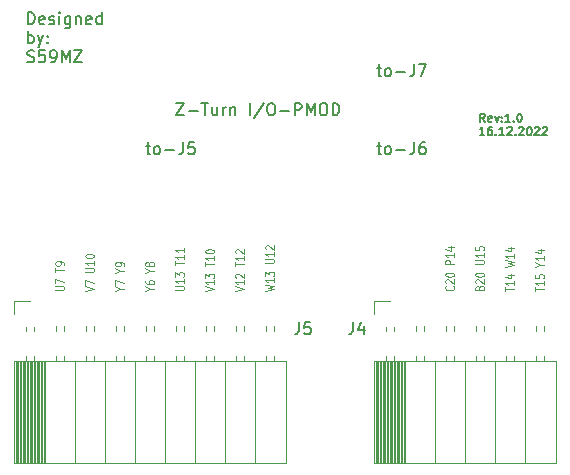
<source format=gto>
G04 #@! TF.GenerationSoftware,KiCad,Pcbnew,6.0.9-8da3e8f707~116~ubuntu20.04.1*
G04 #@! TF.CreationDate,2022-12-23T11:26:32+01:00*
G04 #@! TF.ProjectId,z_pmod,7a5f706d-6f64-42e6-9b69-6361645f7063,rev?*
G04 #@! TF.SameCoordinates,Original*
G04 #@! TF.FileFunction,Legend,Top*
G04 #@! TF.FilePolarity,Positive*
%FSLAX46Y46*%
G04 Gerber Fmt 4.6, Leading zero omitted, Abs format (unit mm)*
G04 Created by KiCad (PCBNEW 6.0.9-8da3e8f707~116~ubuntu20.04.1) date 2022-12-23 11:26:32*
%MOMM*%
%LPD*%
G01*
G04 APERTURE LIST*
%ADD10C,0.125000*%
%ADD11C,0.150000*%
%ADD12C,0.120000*%
%ADD13C,2.500000*%
%ADD14R,1.700000X1.700000*%
%ADD15O,1.700000X1.700000*%
G04 APERTURE END LIST*
D10*
X152346428Y-94317892D02*
X152382142Y-94232178D01*
X152417857Y-94203607D01*
X152489285Y-94175035D01*
X152596428Y-94175035D01*
X152667857Y-94203607D01*
X152703571Y-94232178D01*
X152739285Y-94289321D01*
X152739285Y-94517892D01*
X151989285Y-94517892D01*
X151989285Y-94317892D01*
X152025000Y-94260750D01*
X152060714Y-94232178D01*
X152132142Y-94203607D01*
X152203571Y-94203607D01*
X152275000Y-94232178D01*
X152310714Y-94260750D01*
X152346428Y-94317892D01*
X152346428Y-94517892D01*
X152060714Y-93946464D02*
X152025000Y-93917892D01*
X151989285Y-93860750D01*
X151989285Y-93717892D01*
X152025000Y-93660750D01*
X152060714Y-93632178D01*
X152132142Y-93603607D01*
X152203571Y-93603607D01*
X152310714Y-93632178D01*
X152739285Y-93975035D01*
X152739285Y-93603607D01*
X151989285Y-93232178D02*
X151989285Y-93175035D01*
X152025000Y-93117892D01*
X152060714Y-93089321D01*
X152132142Y-93060750D01*
X152275000Y-93032178D01*
X152453571Y-93032178D01*
X152596428Y-93060750D01*
X152667857Y-93089321D01*
X152703571Y-93117892D01*
X152739285Y-93175035D01*
X152739285Y-93232178D01*
X152703571Y-93289321D01*
X152667857Y-93317892D01*
X152596428Y-93346464D01*
X152453571Y-93375035D01*
X152275000Y-93375035D01*
X152132142Y-93346464D01*
X152060714Y-93317892D01*
X152025000Y-93289321D01*
X151989285Y-93232178D01*
X151989285Y-92317892D02*
X152596428Y-92317892D01*
X152667857Y-92289321D01*
X152703571Y-92260750D01*
X152739285Y-92203607D01*
X152739285Y-92089321D01*
X152703571Y-92032178D01*
X152667857Y-92003607D01*
X152596428Y-91975035D01*
X151989285Y-91975035D01*
X152739285Y-91375035D02*
X152739285Y-91717892D01*
X152739285Y-91546464D02*
X151989285Y-91546464D01*
X152096428Y-91603607D01*
X152167857Y-91660750D01*
X152203571Y-91717892D01*
X151989285Y-90832178D02*
X151989285Y-91117892D01*
X152346428Y-91146464D01*
X152310714Y-91117892D01*
X152275000Y-91060750D01*
X152275000Y-90917892D01*
X152310714Y-90860750D01*
X152346428Y-90832178D01*
X152417857Y-90803607D01*
X152596428Y-90803607D01*
X152667857Y-90832178D01*
X152703571Y-90860750D01*
X152739285Y-90917892D01*
X152739285Y-91060750D01*
X152703571Y-91117892D01*
X152667857Y-91146464D01*
X121902142Y-94403607D02*
X122259285Y-94403607D01*
X121509285Y-94603607D02*
X121902142Y-94403607D01*
X121509285Y-94203607D01*
X121509285Y-94060750D02*
X121509285Y-93660750D01*
X122259285Y-93917892D01*
X121902142Y-92860750D02*
X122259285Y-92860750D01*
X121509285Y-93060750D02*
X121902142Y-92860750D01*
X121509285Y-92660750D01*
X122259285Y-92432178D02*
X122259285Y-92317892D01*
X122223571Y-92260750D01*
X122187857Y-92232178D01*
X122080714Y-92175035D01*
X121937857Y-92146464D01*
X121652142Y-92146464D01*
X121580714Y-92175035D01*
X121545000Y-92203607D01*
X121509285Y-92260750D01*
X121509285Y-92375035D01*
X121545000Y-92432178D01*
X121580714Y-92460750D01*
X121652142Y-92489321D01*
X121830714Y-92489321D01*
X121902142Y-92460750D01*
X121937857Y-92432178D01*
X121973571Y-92375035D01*
X121973571Y-92260750D01*
X121937857Y-92203607D01*
X121902142Y-92175035D01*
X121830714Y-92146464D01*
D11*
X143676952Y-82335714D02*
X144057904Y-82335714D01*
X143819809Y-82002380D02*
X143819809Y-82859523D01*
X143867428Y-82954761D01*
X143962666Y-83002380D01*
X144057904Y-83002380D01*
X144534095Y-83002380D02*
X144438857Y-82954761D01*
X144391238Y-82907142D01*
X144343619Y-82811904D01*
X144343619Y-82526190D01*
X144391238Y-82430952D01*
X144438857Y-82383333D01*
X144534095Y-82335714D01*
X144676952Y-82335714D01*
X144772190Y-82383333D01*
X144819809Y-82430952D01*
X144867428Y-82526190D01*
X144867428Y-82811904D01*
X144819809Y-82907142D01*
X144772190Y-82954761D01*
X144676952Y-83002380D01*
X144534095Y-83002380D01*
X145296000Y-82621428D02*
X146057904Y-82621428D01*
X146819809Y-82002380D02*
X146819809Y-82716666D01*
X146772190Y-82859523D01*
X146676952Y-82954761D01*
X146534095Y-83002380D01*
X146438857Y-83002380D01*
X147724571Y-82002380D02*
X147534095Y-82002380D01*
X147438857Y-82050000D01*
X147391238Y-82097619D01*
X147296000Y-82240476D01*
X147248380Y-82430952D01*
X147248380Y-82811904D01*
X147296000Y-82907142D01*
X147343619Y-82954761D01*
X147438857Y-83002380D01*
X147629333Y-83002380D01*
X147724571Y-82954761D01*
X147772190Y-82907142D01*
X147819809Y-82811904D01*
X147819809Y-82573809D01*
X147772190Y-82478571D01*
X147724571Y-82430952D01*
X147629333Y-82383333D01*
X147438857Y-82383333D01*
X147343619Y-82430952D01*
X147296000Y-82478571D01*
X147248380Y-82573809D01*
D10*
X150127857Y-94175035D02*
X150163571Y-94203607D01*
X150199285Y-94289321D01*
X150199285Y-94346464D01*
X150163571Y-94432178D01*
X150092142Y-94489321D01*
X150020714Y-94517892D01*
X149877857Y-94546464D01*
X149770714Y-94546464D01*
X149627857Y-94517892D01*
X149556428Y-94489321D01*
X149485000Y-94432178D01*
X149449285Y-94346464D01*
X149449285Y-94289321D01*
X149485000Y-94203607D01*
X149520714Y-94175035D01*
X149520714Y-93946464D02*
X149485000Y-93917892D01*
X149449285Y-93860750D01*
X149449285Y-93717892D01*
X149485000Y-93660750D01*
X149520714Y-93632178D01*
X149592142Y-93603607D01*
X149663571Y-93603607D01*
X149770714Y-93632178D01*
X150199285Y-93975035D01*
X150199285Y-93603607D01*
X149449285Y-93232178D02*
X149449285Y-93175035D01*
X149485000Y-93117892D01*
X149520714Y-93089321D01*
X149592142Y-93060750D01*
X149735000Y-93032178D01*
X149913571Y-93032178D01*
X150056428Y-93060750D01*
X150127857Y-93089321D01*
X150163571Y-93117892D01*
X150199285Y-93175035D01*
X150199285Y-93232178D01*
X150163571Y-93289321D01*
X150127857Y-93317892D01*
X150056428Y-93346464D01*
X149913571Y-93375035D01*
X149735000Y-93375035D01*
X149592142Y-93346464D01*
X149520714Y-93317892D01*
X149485000Y-93289321D01*
X149449285Y-93232178D01*
X150199285Y-92317892D02*
X149449285Y-92317892D01*
X149449285Y-92089321D01*
X149485000Y-92032178D01*
X149520714Y-92003607D01*
X149592142Y-91975035D01*
X149699285Y-91975035D01*
X149770714Y-92003607D01*
X149806428Y-92032178D01*
X149842142Y-92089321D01*
X149842142Y-92317892D01*
X150199285Y-91403607D02*
X150199285Y-91746464D01*
X150199285Y-91575035D02*
X149449285Y-91575035D01*
X149556428Y-91632178D01*
X149627857Y-91689321D01*
X149663571Y-91746464D01*
X149699285Y-90889321D02*
X150199285Y-90889321D01*
X149413571Y-91032178D02*
X149949285Y-91175035D01*
X149949285Y-90803607D01*
X116429285Y-94517892D02*
X117036428Y-94517892D01*
X117107857Y-94489321D01*
X117143571Y-94460750D01*
X117179285Y-94403607D01*
X117179285Y-94289321D01*
X117143571Y-94232178D01*
X117107857Y-94203607D01*
X117036428Y-94175035D01*
X116429285Y-94175035D01*
X116429285Y-93946464D02*
X116429285Y-93546464D01*
X117179285Y-93803607D01*
X116429285Y-92946464D02*
X116429285Y-92603607D01*
X117179285Y-92775035D02*
X116429285Y-92775035D01*
X117179285Y-92375035D02*
X117179285Y-92260750D01*
X117143571Y-92203607D01*
X117107857Y-92175035D01*
X117000714Y-92117892D01*
X116857857Y-92089321D01*
X116572142Y-92089321D01*
X116500714Y-92117892D01*
X116465000Y-92146464D01*
X116429285Y-92203607D01*
X116429285Y-92317892D01*
X116465000Y-92375035D01*
X116500714Y-92403607D01*
X116572142Y-92432178D01*
X116750714Y-92432178D01*
X116822142Y-92403607D01*
X116857857Y-92375035D01*
X116893571Y-92317892D01*
X116893571Y-92203607D01*
X116857857Y-92146464D01*
X116822142Y-92117892D01*
X116750714Y-92089321D01*
X126589285Y-94517892D02*
X127196428Y-94517892D01*
X127267857Y-94489321D01*
X127303571Y-94460750D01*
X127339285Y-94403607D01*
X127339285Y-94289321D01*
X127303571Y-94232178D01*
X127267857Y-94203607D01*
X127196428Y-94175035D01*
X126589285Y-94175035D01*
X127339285Y-93575035D02*
X127339285Y-93917892D01*
X127339285Y-93746464D02*
X126589285Y-93746464D01*
X126696428Y-93803607D01*
X126767857Y-93860750D01*
X126803571Y-93917892D01*
X126589285Y-93375035D02*
X126589285Y-93003607D01*
X126875000Y-93203607D01*
X126875000Y-93117892D01*
X126910714Y-93060750D01*
X126946428Y-93032178D01*
X127017857Y-93003607D01*
X127196428Y-93003607D01*
X127267857Y-93032178D01*
X127303571Y-93060750D01*
X127339285Y-93117892D01*
X127339285Y-93289321D01*
X127303571Y-93346464D01*
X127267857Y-93375035D01*
X126589285Y-92375035D02*
X126589285Y-92032178D01*
X127339285Y-92203607D02*
X126589285Y-92203607D01*
X127339285Y-91517892D02*
X127339285Y-91860750D01*
X127339285Y-91689321D02*
X126589285Y-91689321D01*
X126696428Y-91746464D01*
X126767857Y-91803607D01*
X126803571Y-91860750D01*
X127339285Y-90946464D02*
X127339285Y-91289321D01*
X127339285Y-91117892D02*
X126589285Y-91117892D01*
X126696428Y-91175035D01*
X126767857Y-91232178D01*
X126803571Y-91289321D01*
D11*
X114127595Y-71994380D02*
X114127595Y-70994380D01*
X114365690Y-70994380D01*
X114508547Y-71042000D01*
X114603785Y-71137238D01*
X114651404Y-71232476D01*
X114699023Y-71422952D01*
X114699023Y-71565809D01*
X114651404Y-71756285D01*
X114603785Y-71851523D01*
X114508547Y-71946761D01*
X114365690Y-71994380D01*
X114127595Y-71994380D01*
X115508547Y-71946761D02*
X115413309Y-71994380D01*
X115222833Y-71994380D01*
X115127595Y-71946761D01*
X115079976Y-71851523D01*
X115079976Y-71470571D01*
X115127595Y-71375333D01*
X115222833Y-71327714D01*
X115413309Y-71327714D01*
X115508547Y-71375333D01*
X115556166Y-71470571D01*
X115556166Y-71565809D01*
X115079976Y-71661047D01*
X115937119Y-71946761D02*
X116032357Y-71994380D01*
X116222833Y-71994380D01*
X116318071Y-71946761D01*
X116365690Y-71851523D01*
X116365690Y-71803904D01*
X116318071Y-71708666D01*
X116222833Y-71661047D01*
X116079976Y-71661047D01*
X115984738Y-71613428D01*
X115937119Y-71518190D01*
X115937119Y-71470571D01*
X115984738Y-71375333D01*
X116079976Y-71327714D01*
X116222833Y-71327714D01*
X116318071Y-71375333D01*
X116794261Y-71994380D02*
X116794261Y-71327714D01*
X116794261Y-70994380D02*
X116746642Y-71042000D01*
X116794261Y-71089619D01*
X116841880Y-71042000D01*
X116794261Y-70994380D01*
X116794261Y-71089619D01*
X117699023Y-71327714D02*
X117699023Y-72137238D01*
X117651404Y-72232476D01*
X117603785Y-72280095D01*
X117508547Y-72327714D01*
X117365690Y-72327714D01*
X117270452Y-72280095D01*
X117699023Y-71946761D02*
X117603785Y-71994380D01*
X117413309Y-71994380D01*
X117318071Y-71946761D01*
X117270452Y-71899142D01*
X117222833Y-71803904D01*
X117222833Y-71518190D01*
X117270452Y-71422952D01*
X117318071Y-71375333D01*
X117413309Y-71327714D01*
X117603785Y-71327714D01*
X117699023Y-71375333D01*
X118175214Y-71327714D02*
X118175214Y-71994380D01*
X118175214Y-71422952D02*
X118222833Y-71375333D01*
X118318071Y-71327714D01*
X118460928Y-71327714D01*
X118556166Y-71375333D01*
X118603785Y-71470571D01*
X118603785Y-71994380D01*
X119460928Y-71946761D02*
X119365690Y-71994380D01*
X119175214Y-71994380D01*
X119079976Y-71946761D01*
X119032357Y-71851523D01*
X119032357Y-71470571D01*
X119079976Y-71375333D01*
X119175214Y-71327714D01*
X119365690Y-71327714D01*
X119460928Y-71375333D01*
X119508547Y-71470571D01*
X119508547Y-71565809D01*
X119032357Y-71661047D01*
X120365690Y-71994380D02*
X120365690Y-70994380D01*
X120365690Y-71946761D02*
X120270452Y-71994380D01*
X120079976Y-71994380D01*
X119984738Y-71946761D01*
X119937119Y-71899142D01*
X119889500Y-71803904D01*
X119889500Y-71518190D01*
X119937119Y-71422952D01*
X119984738Y-71375333D01*
X120079976Y-71327714D01*
X120270452Y-71327714D01*
X120365690Y-71375333D01*
X114127595Y-73604380D02*
X114127595Y-72604380D01*
X114127595Y-72985333D02*
X114222833Y-72937714D01*
X114413309Y-72937714D01*
X114508547Y-72985333D01*
X114556166Y-73032952D01*
X114603785Y-73128190D01*
X114603785Y-73413904D01*
X114556166Y-73509142D01*
X114508547Y-73556761D01*
X114413309Y-73604380D01*
X114222833Y-73604380D01*
X114127595Y-73556761D01*
X114937119Y-72937714D02*
X115175214Y-73604380D01*
X115413309Y-72937714D02*
X115175214Y-73604380D01*
X115079976Y-73842476D01*
X115032357Y-73890095D01*
X114937119Y-73937714D01*
X115794261Y-73509142D02*
X115841880Y-73556761D01*
X115794261Y-73604380D01*
X115746642Y-73556761D01*
X115794261Y-73509142D01*
X115794261Y-73604380D01*
X115794261Y-72985333D02*
X115841880Y-73032952D01*
X115794261Y-73080571D01*
X115746642Y-73032952D01*
X115794261Y-72985333D01*
X115794261Y-73080571D01*
X114079976Y-75166761D02*
X114222833Y-75214380D01*
X114460928Y-75214380D01*
X114556166Y-75166761D01*
X114603785Y-75119142D01*
X114651404Y-75023904D01*
X114651404Y-74928666D01*
X114603785Y-74833428D01*
X114556166Y-74785809D01*
X114460928Y-74738190D01*
X114270452Y-74690571D01*
X114175214Y-74642952D01*
X114127595Y-74595333D01*
X114079976Y-74500095D01*
X114079976Y-74404857D01*
X114127595Y-74309619D01*
X114175214Y-74262000D01*
X114270452Y-74214380D01*
X114508547Y-74214380D01*
X114651404Y-74262000D01*
X115556166Y-74214380D02*
X115079976Y-74214380D01*
X115032357Y-74690571D01*
X115079976Y-74642952D01*
X115175214Y-74595333D01*
X115413309Y-74595333D01*
X115508547Y-74642952D01*
X115556166Y-74690571D01*
X115603785Y-74785809D01*
X115603785Y-75023904D01*
X115556166Y-75119142D01*
X115508547Y-75166761D01*
X115413309Y-75214380D01*
X115175214Y-75214380D01*
X115079976Y-75166761D01*
X115032357Y-75119142D01*
X116079976Y-75214380D02*
X116270452Y-75214380D01*
X116365690Y-75166761D01*
X116413309Y-75119142D01*
X116508547Y-74976285D01*
X116556166Y-74785809D01*
X116556166Y-74404857D01*
X116508547Y-74309619D01*
X116460928Y-74262000D01*
X116365690Y-74214380D01*
X116175214Y-74214380D01*
X116079976Y-74262000D01*
X116032357Y-74309619D01*
X115984738Y-74404857D01*
X115984738Y-74642952D01*
X116032357Y-74738190D01*
X116079976Y-74785809D01*
X116175214Y-74833428D01*
X116365690Y-74833428D01*
X116460928Y-74785809D01*
X116508547Y-74738190D01*
X116556166Y-74642952D01*
X116984738Y-75214380D02*
X116984738Y-74214380D01*
X117318071Y-74928666D01*
X117651404Y-74214380D01*
X117651404Y-75214380D01*
X118032357Y-74214380D02*
X118699023Y-74214380D01*
X118032357Y-75214380D01*
X118699023Y-75214380D01*
D10*
X131669285Y-94603607D02*
X132419285Y-94403607D01*
X131669285Y-94203607D01*
X132419285Y-93689321D02*
X132419285Y-94032178D01*
X132419285Y-93860750D02*
X131669285Y-93860750D01*
X131776428Y-93917892D01*
X131847857Y-93975035D01*
X131883571Y-94032178D01*
X131740714Y-93460750D02*
X131705000Y-93432178D01*
X131669285Y-93375035D01*
X131669285Y-93232178D01*
X131705000Y-93175035D01*
X131740714Y-93146464D01*
X131812142Y-93117892D01*
X131883571Y-93117892D01*
X131990714Y-93146464D01*
X132419285Y-93489321D01*
X132419285Y-93117892D01*
X131669285Y-92489321D02*
X131669285Y-92146464D01*
X132419285Y-92317892D02*
X131669285Y-92317892D01*
X132419285Y-91632178D02*
X132419285Y-91975035D01*
X132419285Y-91803607D02*
X131669285Y-91803607D01*
X131776428Y-91860750D01*
X131847857Y-91917892D01*
X131883571Y-91975035D01*
X131740714Y-91403607D02*
X131705000Y-91375035D01*
X131669285Y-91317892D01*
X131669285Y-91175035D01*
X131705000Y-91117892D01*
X131740714Y-91089321D01*
X131812142Y-91060750D01*
X131883571Y-91060750D01*
X131990714Y-91089321D01*
X132419285Y-91432178D01*
X132419285Y-91060750D01*
X134209285Y-94575035D02*
X134959285Y-94432178D01*
X134423571Y-94317892D01*
X134959285Y-94203607D01*
X134209285Y-94060750D01*
X134959285Y-93517892D02*
X134959285Y-93860750D01*
X134959285Y-93689321D02*
X134209285Y-93689321D01*
X134316428Y-93746464D01*
X134387857Y-93803607D01*
X134423571Y-93860750D01*
X134209285Y-93317892D02*
X134209285Y-92946464D01*
X134495000Y-93146464D01*
X134495000Y-93060750D01*
X134530714Y-93003607D01*
X134566428Y-92975035D01*
X134637857Y-92946464D01*
X134816428Y-92946464D01*
X134887857Y-92975035D01*
X134923571Y-93003607D01*
X134959285Y-93060750D01*
X134959285Y-93232178D01*
X134923571Y-93289321D01*
X134887857Y-93317892D01*
X134209285Y-92232178D02*
X134816428Y-92232178D01*
X134887857Y-92203607D01*
X134923571Y-92175035D01*
X134959285Y-92117892D01*
X134959285Y-92003607D01*
X134923571Y-91946464D01*
X134887857Y-91917892D01*
X134816428Y-91889321D01*
X134209285Y-91889321D01*
X134959285Y-91289321D02*
X134959285Y-91632178D01*
X134959285Y-91460750D02*
X134209285Y-91460750D01*
X134316428Y-91517892D01*
X134387857Y-91575035D01*
X134423571Y-91632178D01*
X134280714Y-91060750D02*
X134245000Y-91032178D01*
X134209285Y-90975035D01*
X134209285Y-90832178D01*
X134245000Y-90775035D01*
X134280714Y-90746464D01*
X134352142Y-90717892D01*
X134423571Y-90717892D01*
X134530714Y-90746464D01*
X134959285Y-91089321D01*
X134959285Y-90717892D01*
X129129285Y-94603607D02*
X129879285Y-94403607D01*
X129129285Y-94203607D01*
X129879285Y-93689321D02*
X129879285Y-94032178D01*
X129879285Y-93860750D02*
X129129285Y-93860750D01*
X129236428Y-93917892D01*
X129307857Y-93975035D01*
X129343571Y-94032178D01*
X129129285Y-93489321D02*
X129129285Y-93117892D01*
X129415000Y-93317892D01*
X129415000Y-93232178D01*
X129450714Y-93175035D01*
X129486428Y-93146464D01*
X129557857Y-93117892D01*
X129736428Y-93117892D01*
X129807857Y-93146464D01*
X129843571Y-93175035D01*
X129879285Y-93232178D01*
X129879285Y-93403607D01*
X129843571Y-93460750D01*
X129807857Y-93489321D01*
X129129285Y-92489321D02*
X129129285Y-92146464D01*
X129879285Y-92317892D02*
X129129285Y-92317892D01*
X129879285Y-91632178D02*
X129879285Y-91975035D01*
X129879285Y-91803607D02*
X129129285Y-91803607D01*
X129236428Y-91860750D01*
X129307857Y-91917892D01*
X129343571Y-91975035D01*
X129129285Y-91260750D02*
X129129285Y-91203607D01*
X129165000Y-91146464D01*
X129200714Y-91117892D01*
X129272142Y-91089321D01*
X129415000Y-91060750D01*
X129593571Y-91060750D01*
X129736428Y-91089321D01*
X129807857Y-91117892D01*
X129843571Y-91146464D01*
X129879285Y-91203607D01*
X129879285Y-91260750D01*
X129843571Y-91317892D01*
X129807857Y-91346464D01*
X129736428Y-91375035D01*
X129593571Y-91403607D01*
X129415000Y-91403607D01*
X129272142Y-91375035D01*
X129200714Y-91346464D01*
X129165000Y-91317892D01*
X129129285Y-91260750D01*
X154529285Y-94603607D02*
X154529285Y-94260750D01*
X155279285Y-94432178D02*
X154529285Y-94432178D01*
X155279285Y-93746464D02*
X155279285Y-94089321D01*
X155279285Y-93917892D02*
X154529285Y-93917892D01*
X154636428Y-93975035D01*
X154707857Y-94032178D01*
X154743571Y-94089321D01*
X154779285Y-93232178D02*
X155279285Y-93232178D01*
X154493571Y-93375035D02*
X155029285Y-93517892D01*
X155029285Y-93146464D01*
X154529285Y-92517892D02*
X155279285Y-92375035D01*
X154743571Y-92260750D01*
X155279285Y-92146464D01*
X154529285Y-92003607D01*
X155279285Y-91460750D02*
X155279285Y-91803607D01*
X155279285Y-91632178D02*
X154529285Y-91632178D01*
X154636428Y-91689321D01*
X154707857Y-91746464D01*
X154743571Y-91803607D01*
X154779285Y-90946464D02*
X155279285Y-90946464D01*
X154493571Y-91089321D02*
X155029285Y-91232178D01*
X155029285Y-90860750D01*
D11*
X143676952Y-75731714D02*
X144057904Y-75731714D01*
X143819809Y-75398380D02*
X143819809Y-76255523D01*
X143867428Y-76350761D01*
X143962666Y-76398380D01*
X144057904Y-76398380D01*
X144534095Y-76398380D02*
X144438857Y-76350761D01*
X144391238Y-76303142D01*
X144343619Y-76207904D01*
X144343619Y-75922190D01*
X144391238Y-75826952D01*
X144438857Y-75779333D01*
X144534095Y-75731714D01*
X144676952Y-75731714D01*
X144772190Y-75779333D01*
X144819809Y-75826952D01*
X144867428Y-75922190D01*
X144867428Y-76207904D01*
X144819809Y-76303142D01*
X144772190Y-76350761D01*
X144676952Y-76398380D01*
X144534095Y-76398380D01*
X145296000Y-76017428D02*
X146057904Y-76017428D01*
X146819809Y-75398380D02*
X146819809Y-76112666D01*
X146772190Y-76255523D01*
X146676952Y-76350761D01*
X146534095Y-76398380D01*
X146438857Y-76398380D01*
X147200761Y-75398380D02*
X147867428Y-75398380D01*
X147438857Y-76398380D01*
D10*
X124442142Y-94403607D02*
X124799285Y-94403607D01*
X124049285Y-94603607D02*
X124442142Y-94403607D01*
X124049285Y-94203607D01*
X124049285Y-93746464D02*
X124049285Y-93860750D01*
X124085000Y-93917892D01*
X124120714Y-93946464D01*
X124227857Y-94003607D01*
X124370714Y-94032178D01*
X124656428Y-94032178D01*
X124727857Y-94003607D01*
X124763571Y-93975035D01*
X124799285Y-93917892D01*
X124799285Y-93803607D01*
X124763571Y-93746464D01*
X124727857Y-93717892D01*
X124656428Y-93689321D01*
X124477857Y-93689321D01*
X124406428Y-93717892D01*
X124370714Y-93746464D01*
X124335000Y-93803607D01*
X124335000Y-93917892D01*
X124370714Y-93975035D01*
X124406428Y-94003607D01*
X124477857Y-94032178D01*
X124442142Y-92860750D02*
X124799285Y-92860750D01*
X124049285Y-93060750D02*
X124442142Y-92860750D01*
X124049285Y-92660750D01*
X124370714Y-92375035D02*
X124335000Y-92432178D01*
X124299285Y-92460750D01*
X124227857Y-92489321D01*
X124192142Y-92489321D01*
X124120714Y-92460750D01*
X124085000Y-92432178D01*
X124049285Y-92375035D01*
X124049285Y-92260750D01*
X124085000Y-92203607D01*
X124120714Y-92175035D01*
X124192142Y-92146464D01*
X124227857Y-92146464D01*
X124299285Y-92175035D01*
X124335000Y-92203607D01*
X124370714Y-92260750D01*
X124370714Y-92375035D01*
X124406428Y-92432178D01*
X124442142Y-92460750D01*
X124513571Y-92489321D01*
X124656428Y-92489321D01*
X124727857Y-92460750D01*
X124763571Y-92432178D01*
X124799285Y-92375035D01*
X124799285Y-92260750D01*
X124763571Y-92203607D01*
X124727857Y-92175035D01*
X124656428Y-92146464D01*
X124513571Y-92146464D01*
X124442142Y-92175035D01*
X124406428Y-92203607D01*
X124370714Y-92260750D01*
D11*
X124118952Y-82335714D02*
X124499904Y-82335714D01*
X124261809Y-82002380D02*
X124261809Y-82859523D01*
X124309428Y-82954761D01*
X124404666Y-83002380D01*
X124499904Y-83002380D01*
X124976095Y-83002380D02*
X124880857Y-82954761D01*
X124833238Y-82907142D01*
X124785619Y-82811904D01*
X124785619Y-82526190D01*
X124833238Y-82430952D01*
X124880857Y-82383333D01*
X124976095Y-82335714D01*
X125118952Y-82335714D01*
X125214190Y-82383333D01*
X125261809Y-82430952D01*
X125309428Y-82526190D01*
X125309428Y-82811904D01*
X125261809Y-82907142D01*
X125214190Y-82954761D01*
X125118952Y-83002380D01*
X124976095Y-83002380D01*
X125738000Y-82621428D02*
X126499904Y-82621428D01*
X127261809Y-82002380D02*
X127261809Y-82716666D01*
X127214190Y-82859523D01*
X127118952Y-82954761D01*
X126976095Y-83002380D01*
X126880857Y-83002380D01*
X128214190Y-82002380D02*
X127738000Y-82002380D01*
X127690380Y-82478571D01*
X127738000Y-82430952D01*
X127833238Y-82383333D01*
X128071333Y-82383333D01*
X128166571Y-82430952D01*
X128214190Y-82478571D01*
X128261809Y-82573809D01*
X128261809Y-82811904D01*
X128214190Y-82907142D01*
X128166571Y-82954761D01*
X128071333Y-83002380D01*
X127833238Y-83002380D01*
X127738000Y-82954761D01*
X127690380Y-82907142D01*
X152810166Y-80271166D02*
X152576833Y-79937833D01*
X152410166Y-80271166D02*
X152410166Y-79571166D01*
X152676833Y-79571166D01*
X152743500Y-79604500D01*
X152776833Y-79637833D01*
X152810166Y-79704500D01*
X152810166Y-79804500D01*
X152776833Y-79871166D01*
X152743500Y-79904500D01*
X152676833Y-79937833D01*
X152410166Y-79937833D01*
X153376833Y-80237833D02*
X153310166Y-80271166D01*
X153176833Y-80271166D01*
X153110166Y-80237833D01*
X153076833Y-80171166D01*
X153076833Y-79904500D01*
X153110166Y-79837833D01*
X153176833Y-79804500D01*
X153310166Y-79804500D01*
X153376833Y-79837833D01*
X153410166Y-79904500D01*
X153410166Y-79971166D01*
X153076833Y-80037833D01*
X153643500Y-79804500D02*
X153810166Y-80271166D01*
X153976833Y-79804500D01*
X154243500Y-80204500D02*
X154276833Y-80237833D01*
X154243500Y-80271166D01*
X154210166Y-80237833D01*
X154243500Y-80204500D01*
X154243500Y-80271166D01*
X154243500Y-79837833D02*
X154276833Y-79871166D01*
X154243500Y-79904500D01*
X154210166Y-79871166D01*
X154243500Y-79837833D01*
X154243500Y-79904500D01*
X154943500Y-80271166D02*
X154543500Y-80271166D01*
X154743500Y-80271166D02*
X154743500Y-79571166D01*
X154676833Y-79671166D01*
X154610166Y-79737833D01*
X154543500Y-79771166D01*
X155243500Y-80204500D02*
X155276833Y-80237833D01*
X155243500Y-80271166D01*
X155210166Y-80237833D01*
X155243500Y-80204500D01*
X155243500Y-80271166D01*
X155710166Y-79571166D02*
X155776833Y-79571166D01*
X155843500Y-79604500D01*
X155876833Y-79637833D01*
X155910166Y-79704500D01*
X155943500Y-79837833D01*
X155943500Y-80004500D01*
X155910166Y-80137833D01*
X155876833Y-80204500D01*
X155843500Y-80237833D01*
X155776833Y-80271166D01*
X155710166Y-80271166D01*
X155643500Y-80237833D01*
X155610166Y-80204500D01*
X155576833Y-80137833D01*
X155543500Y-80004500D01*
X155543500Y-79837833D01*
X155576833Y-79704500D01*
X155610166Y-79637833D01*
X155643500Y-79604500D01*
X155710166Y-79571166D01*
X152776833Y-81398166D02*
X152376833Y-81398166D01*
X152576833Y-81398166D02*
X152576833Y-80698166D01*
X152510166Y-80798166D01*
X152443500Y-80864833D01*
X152376833Y-80898166D01*
X153376833Y-80698166D02*
X153243500Y-80698166D01*
X153176833Y-80731500D01*
X153143500Y-80764833D01*
X153076833Y-80864833D01*
X153043500Y-80998166D01*
X153043500Y-81264833D01*
X153076833Y-81331500D01*
X153110166Y-81364833D01*
X153176833Y-81398166D01*
X153310166Y-81398166D01*
X153376833Y-81364833D01*
X153410166Y-81331500D01*
X153443500Y-81264833D01*
X153443500Y-81098166D01*
X153410166Y-81031500D01*
X153376833Y-80998166D01*
X153310166Y-80964833D01*
X153176833Y-80964833D01*
X153110166Y-80998166D01*
X153076833Y-81031500D01*
X153043500Y-81098166D01*
X153743500Y-81331500D02*
X153776833Y-81364833D01*
X153743500Y-81398166D01*
X153710166Y-81364833D01*
X153743500Y-81331500D01*
X153743500Y-81398166D01*
X154443500Y-81398166D02*
X154043500Y-81398166D01*
X154243500Y-81398166D02*
X154243500Y-80698166D01*
X154176833Y-80798166D01*
X154110166Y-80864833D01*
X154043500Y-80898166D01*
X154710166Y-80764833D02*
X154743500Y-80731500D01*
X154810166Y-80698166D01*
X154976833Y-80698166D01*
X155043500Y-80731500D01*
X155076833Y-80764833D01*
X155110166Y-80831500D01*
X155110166Y-80898166D01*
X155076833Y-80998166D01*
X154676833Y-81398166D01*
X155110166Y-81398166D01*
X155410166Y-81331500D02*
X155443500Y-81364833D01*
X155410166Y-81398166D01*
X155376833Y-81364833D01*
X155410166Y-81331500D01*
X155410166Y-81398166D01*
X155710166Y-80764833D02*
X155743500Y-80731500D01*
X155810166Y-80698166D01*
X155976833Y-80698166D01*
X156043500Y-80731500D01*
X156076833Y-80764833D01*
X156110166Y-80831500D01*
X156110166Y-80898166D01*
X156076833Y-80998166D01*
X155676833Y-81398166D01*
X156110166Y-81398166D01*
X156543500Y-80698166D02*
X156610166Y-80698166D01*
X156676833Y-80731500D01*
X156710166Y-80764833D01*
X156743500Y-80831500D01*
X156776833Y-80964833D01*
X156776833Y-81131500D01*
X156743500Y-81264833D01*
X156710166Y-81331500D01*
X156676833Y-81364833D01*
X156610166Y-81398166D01*
X156543500Y-81398166D01*
X156476833Y-81364833D01*
X156443500Y-81331500D01*
X156410166Y-81264833D01*
X156376833Y-81131500D01*
X156376833Y-80964833D01*
X156410166Y-80831500D01*
X156443500Y-80764833D01*
X156476833Y-80731500D01*
X156543500Y-80698166D01*
X157043500Y-80764833D02*
X157076833Y-80731500D01*
X157143500Y-80698166D01*
X157310166Y-80698166D01*
X157376833Y-80731500D01*
X157410166Y-80764833D01*
X157443500Y-80831500D01*
X157443500Y-80898166D01*
X157410166Y-80998166D01*
X157010166Y-81398166D01*
X157443500Y-81398166D01*
X157710166Y-80764833D02*
X157743500Y-80731500D01*
X157810166Y-80698166D01*
X157976833Y-80698166D01*
X158043500Y-80731500D01*
X158076833Y-80764833D01*
X158110166Y-80831500D01*
X158110166Y-80898166D01*
X158076833Y-80998166D01*
X157676833Y-81398166D01*
X158110166Y-81398166D01*
X126675428Y-78700380D02*
X127342095Y-78700380D01*
X126675428Y-79700380D01*
X127342095Y-79700380D01*
X127723047Y-79319428D02*
X128484952Y-79319428D01*
X128818285Y-78700380D02*
X129389714Y-78700380D01*
X129104000Y-79700380D02*
X129104000Y-78700380D01*
X130151619Y-79033714D02*
X130151619Y-79700380D01*
X129723047Y-79033714D02*
X129723047Y-79557523D01*
X129770666Y-79652761D01*
X129865904Y-79700380D01*
X130008761Y-79700380D01*
X130104000Y-79652761D01*
X130151619Y-79605142D01*
X130627809Y-79700380D02*
X130627809Y-79033714D01*
X130627809Y-79224190D02*
X130675428Y-79128952D01*
X130723047Y-79081333D01*
X130818285Y-79033714D01*
X130913523Y-79033714D01*
X131246857Y-79033714D02*
X131246857Y-79700380D01*
X131246857Y-79128952D02*
X131294476Y-79081333D01*
X131389714Y-79033714D01*
X131532571Y-79033714D01*
X131627809Y-79081333D01*
X131675428Y-79176571D01*
X131675428Y-79700380D01*
X132913523Y-79700380D02*
X132913523Y-78700380D01*
X134104000Y-78652761D02*
X133246857Y-79938476D01*
X134627809Y-78700380D02*
X134818285Y-78700380D01*
X134913523Y-78748000D01*
X135008761Y-78843238D01*
X135056380Y-79033714D01*
X135056380Y-79367047D01*
X135008761Y-79557523D01*
X134913523Y-79652761D01*
X134818285Y-79700380D01*
X134627809Y-79700380D01*
X134532571Y-79652761D01*
X134437333Y-79557523D01*
X134389714Y-79367047D01*
X134389714Y-79033714D01*
X134437333Y-78843238D01*
X134532571Y-78748000D01*
X134627809Y-78700380D01*
X135484952Y-79319428D02*
X136246857Y-79319428D01*
X136723047Y-79700380D02*
X136723047Y-78700380D01*
X137104000Y-78700380D01*
X137199238Y-78748000D01*
X137246857Y-78795619D01*
X137294476Y-78890857D01*
X137294476Y-79033714D01*
X137246857Y-79128952D01*
X137199238Y-79176571D01*
X137104000Y-79224190D01*
X136723047Y-79224190D01*
X137723047Y-79700380D02*
X137723047Y-78700380D01*
X138056380Y-79414666D01*
X138389714Y-78700380D01*
X138389714Y-79700380D01*
X139056380Y-78700380D02*
X139246857Y-78700380D01*
X139342095Y-78748000D01*
X139437333Y-78843238D01*
X139484952Y-79033714D01*
X139484952Y-79367047D01*
X139437333Y-79557523D01*
X139342095Y-79652761D01*
X139246857Y-79700380D01*
X139056380Y-79700380D01*
X138961142Y-79652761D01*
X138865904Y-79557523D01*
X138818285Y-79367047D01*
X138818285Y-79033714D01*
X138865904Y-78843238D01*
X138961142Y-78748000D01*
X139056380Y-78700380D01*
X139913523Y-79700380D02*
X139913523Y-78700380D01*
X140151619Y-78700380D01*
X140294476Y-78748000D01*
X140389714Y-78843238D01*
X140437333Y-78938476D01*
X140484952Y-79128952D01*
X140484952Y-79271809D01*
X140437333Y-79462285D01*
X140389714Y-79557523D01*
X140294476Y-79652761D01*
X140151619Y-79700380D01*
X139913523Y-79700380D01*
D10*
X118969285Y-94603607D02*
X119719285Y-94403607D01*
X118969285Y-94203607D01*
X118969285Y-94060750D02*
X118969285Y-93660750D01*
X119719285Y-93917892D01*
X118969285Y-92975035D02*
X119576428Y-92975035D01*
X119647857Y-92946464D01*
X119683571Y-92917892D01*
X119719285Y-92860750D01*
X119719285Y-92746464D01*
X119683571Y-92689321D01*
X119647857Y-92660750D01*
X119576428Y-92632178D01*
X118969285Y-92632178D01*
X119719285Y-92032178D02*
X119719285Y-92375035D01*
X119719285Y-92203607D02*
X118969285Y-92203607D01*
X119076428Y-92260750D01*
X119147857Y-92317892D01*
X119183571Y-92375035D01*
X118969285Y-91660750D02*
X118969285Y-91603607D01*
X119005000Y-91546464D01*
X119040714Y-91517892D01*
X119112142Y-91489321D01*
X119255000Y-91460750D01*
X119433571Y-91460750D01*
X119576428Y-91489321D01*
X119647857Y-91517892D01*
X119683571Y-91546464D01*
X119719285Y-91603607D01*
X119719285Y-91660750D01*
X119683571Y-91717892D01*
X119647857Y-91746464D01*
X119576428Y-91775035D01*
X119433571Y-91803607D01*
X119255000Y-91803607D01*
X119112142Y-91775035D01*
X119040714Y-91746464D01*
X119005000Y-91717892D01*
X118969285Y-91660750D01*
X157069285Y-94603607D02*
X157069285Y-94260750D01*
X157819285Y-94432178D02*
X157069285Y-94432178D01*
X157819285Y-93746464D02*
X157819285Y-94089321D01*
X157819285Y-93917892D02*
X157069285Y-93917892D01*
X157176428Y-93975035D01*
X157247857Y-94032178D01*
X157283571Y-94089321D01*
X157069285Y-93203607D02*
X157069285Y-93489321D01*
X157426428Y-93517892D01*
X157390714Y-93489321D01*
X157355000Y-93432178D01*
X157355000Y-93289321D01*
X157390714Y-93232178D01*
X157426428Y-93203607D01*
X157497857Y-93175035D01*
X157676428Y-93175035D01*
X157747857Y-93203607D01*
X157783571Y-93232178D01*
X157819285Y-93289321D01*
X157819285Y-93432178D01*
X157783571Y-93489321D01*
X157747857Y-93517892D01*
X157462142Y-92346464D02*
X157819285Y-92346464D01*
X157069285Y-92546464D02*
X157462142Y-92346464D01*
X157069285Y-92146464D01*
X157819285Y-91632178D02*
X157819285Y-91975035D01*
X157819285Y-91803607D02*
X157069285Y-91803607D01*
X157176428Y-91860750D01*
X157247857Y-91917892D01*
X157283571Y-91975035D01*
X157319285Y-91117892D02*
X157819285Y-91117892D01*
X157033571Y-91260750D02*
X157569285Y-91403607D01*
X157569285Y-91032178D01*
D11*
X141652666Y-97242380D02*
X141652666Y-97956666D01*
X141605047Y-98099523D01*
X141509809Y-98194761D01*
X141366952Y-98242380D01*
X141271714Y-98242380D01*
X142557428Y-97575714D02*
X142557428Y-98242380D01*
X142319333Y-97194761D02*
X142081238Y-97909047D01*
X142700285Y-97909047D01*
X137080666Y-97242380D02*
X137080666Y-97956666D01*
X137033047Y-98099523D01*
X136937809Y-98194761D01*
X136794952Y-98242380D01*
X136699714Y-98242380D01*
X138033047Y-97242380D02*
X137556857Y-97242380D01*
X137509238Y-97718571D01*
X137556857Y-97670952D01*
X137652095Y-97623333D01*
X137890190Y-97623333D01*
X137985428Y-97670952D01*
X138033047Y-97718571D01*
X138080666Y-97813809D01*
X138080666Y-98051904D01*
X138033047Y-98147142D01*
X137985428Y-98194761D01*
X137890190Y-98242380D01*
X137652095Y-98242380D01*
X137556857Y-98194761D01*
X137509238Y-98147142D01*
D12*
X143688095Y-109150000D02*
X143688095Y-100520000D01*
X145223330Y-109150000D02*
X145223330Y-100520000D01*
X157840000Y-100520000D02*
X157840000Y-100110000D01*
X143450000Y-95410000D02*
X144780000Y-95410000D01*
X152040000Y-98010000D02*
X152040000Y-97570000D01*
X155300000Y-100520000D02*
X155300000Y-100110000D01*
X144750950Y-109150000D02*
X144750950Y-100520000D01*
X144160475Y-109150000D02*
X144160475Y-100520000D01*
X157840000Y-98010000D02*
X157840000Y-97570000D01*
X145341425Y-109150000D02*
X145341425Y-100520000D01*
X152760000Y-100520000D02*
X152760000Y-100110000D01*
X143924285Y-109150000D02*
X143924285Y-100520000D01*
X143570000Y-109150000D02*
X143570000Y-100520000D01*
X144632855Y-109150000D02*
X144632855Y-100520000D01*
X156210000Y-109150000D02*
X156210000Y-100520000D01*
X149500000Y-100520000D02*
X149500000Y-100110000D01*
X146960000Y-98010000D02*
X146960000Y-97570000D01*
X154580000Y-98010000D02*
X154580000Y-97570000D01*
X145459520Y-109150000D02*
X145459520Y-100520000D01*
X151130000Y-109150000D02*
X151130000Y-100520000D01*
X145140000Y-100520000D02*
X145140000Y-100110000D01*
X149500000Y-98010000D02*
X149500000Y-97570000D01*
X145140000Y-98010000D02*
X145140000Y-97630000D01*
X144042380Y-109150000D02*
X144042380Y-100520000D01*
X146960000Y-100520000D02*
X146960000Y-100110000D01*
X150220000Y-100520000D02*
X150220000Y-100110000D01*
X145577615Y-109150000D02*
X145577615Y-100520000D01*
X153670000Y-109150000D02*
X153670000Y-100520000D01*
X152040000Y-100520000D02*
X152040000Y-100110000D01*
X154580000Y-100520000D02*
X154580000Y-100110000D01*
X144420000Y-98010000D02*
X144420000Y-97630000D01*
X147680000Y-98010000D02*
X147680000Y-97570000D01*
X145695710Y-109150000D02*
X145695710Y-100520000D01*
X144420000Y-100520000D02*
X144420000Y-100110000D01*
X150220000Y-98010000D02*
X150220000Y-97570000D01*
X155300000Y-98010000D02*
X155300000Y-97570000D01*
X146050000Y-109150000D02*
X146050000Y-100520000D01*
X147680000Y-100520000D02*
X147680000Y-100110000D01*
X157120000Y-100520000D02*
X157120000Y-100110000D01*
X145931900Y-109150000D02*
X145931900Y-100520000D01*
X143450000Y-109150000D02*
X158810000Y-109150000D01*
X143450000Y-96520000D02*
X143450000Y-95410000D01*
X143450000Y-109150000D02*
X143450000Y-100520000D01*
X143450000Y-100520000D02*
X158810000Y-100520000D01*
X144869045Y-109150000D02*
X144869045Y-100520000D01*
X157120000Y-98010000D02*
X157120000Y-97570000D01*
X148590000Y-109150000D02*
X148590000Y-100520000D01*
X144278570Y-109150000D02*
X144278570Y-100520000D01*
X144396665Y-109150000D02*
X144396665Y-100520000D01*
X152760000Y-98010000D02*
X152760000Y-97570000D01*
X144514760Y-109150000D02*
X144514760Y-100520000D01*
X143806190Y-109150000D02*
X143806190Y-100520000D01*
X145105235Y-109150000D02*
X145105235Y-100520000D01*
X145813805Y-109150000D02*
X145813805Y-100520000D01*
X144987140Y-109150000D02*
X144987140Y-100520000D01*
X158810000Y-109150000D02*
X158810000Y-100520000D01*
X129180000Y-98010000D02*
X129180000Y-97570000D01*
X132440000Y-98010000D02*
X132440000Y-97570000D01*
X124820000Y-98010000D02*
X124820000Y-97570000D01*
X116480000Y-98010000D02*
X116480000Y-97570000D01*
X114507140Y-109150000D02*
X114507140Y-100520000D01*
X124820000Y-100520000D02*
X124820000Y-100110000D01*
X113326190Y-109150000D02*
X113326190Y-100520000D01*
X127360000Y-100520000D02*
X127360000Y-100110000D01*
X129180000Y-100520000D02*
X129180000Y-100110000D01*
X119020000Y-100520000D02*
X119020000Y-100110000D01*
X120650000Y-109150000D02*
X120650000Y-100520000D01*
X135950000Y-109150000D02*
X135950000Y-100520000D01*
X130810000Y-109150000D02*
X130810000Y-100520000D01*
X122280000Y-100520000D02*
X122280000Y-100110000D01*
X115570000Y-109150000D02*
X115570000Y-100520000D01*
X129900000Y-98010000D02*
X129900000Y-97570000D01*
X115097615Y-109150000D02*
X115097615Y-100520000D01*
X114743330Y-109150000D02*
X114743330Y-100520000D01*
X128270000Y-109150000D02*
X128270000Y-100520000D01*
X114034760Y-109150000D02*
X114034760Y-100520000D01*
X117200000Y-100520000D02*
X117200000Y-100110000D01*
X113798570Y-109150000D02*
X113798570Y-100520000D01*
X113940000Y-100520000D02*
X113940000Y-100110000D01*
X121560000Y-98010000D02*
X121560000Y-97570000D01*
X113940000Y-98010000D02*
X113940000Y-97630000D01*
X115451900Y-109150000D02*
X115451900Y-100520000D01*
X119740000Y-100520000D02*
X119740000Y-100110000D01*
X127360000Y-98010000D02*
X127360000Y-97570000D01*
X134980000Y-98010000D02*
X134980000Y-97570000D01*
X113916665Y-109150000D02*
X113916665Y-100520000D01*
X115215710Y-109150000D02*
X115215710Y-100520000D01*
X123190000Y-109150000D02*
X123190000Y-100520000D01*
X113562380Y-109150000D02*
X113562380Y-100520000D01*
X113208095Y-109150000D02*
X113208095Y-100520000D01*
X112970000Y-109150000D02*
X135950000Y-109150000D01*
X113444285Y-109150000D02*
X113444285Y-100520000D01*
X114270950Y-109150000D02*
X114270950Y-100520000D01*
X126640000Y-98010000D02*
X126640000Y-97570000D01*
X114660000Y-98010000D02*
X114660000Y-97630000D01*
X114660000Y-100520000D02*
X114660000Y-100110000D01*
X121560000Y-100520000D02*
X121560000Y-100110000D01*
X116480000Y-100520000D02*
X116480000Y-100110000D01*
X126640000Y-100520000D02*
X126640000Y-100110000D01*
X124100000Y-100520000D02*
X124100000Y-100110000D01*
X114861425Y-109150000D02*
X114861425Y-100520000D01*
X129900000Y-100520000D02*
X129900000Y-100110000D01*
X114979520Y-109150000D02*
X114979520Y-100520000D01*
X134260000Y-98010000D02*
X134260000Y-97570000D01*
X114389045Y-109150000D02*
X114389045Y-100520000D01*
X113090000Y-109150000D02*
X113090000Y-100520000D01*
X134980000Y-100520000D02*
X134980000Y-100110000D01*
X131720000Y-100520000D02*
X131720000Y-100110000D01*
X122280000Y-98010000D02*
X122280000Y-97570000D01*
X134260000Y-100520000D02*
X134260000Y-100110000D01*
X115333805Y-109150000D02*
X115333805Y-100520000D01*
X125730000Y-109150000D02*
X125730000Y-100520000D01*
X119020000Y-98010000D02*
X119020000Y-97570000D01*
X114625235Y-109150000D02*
X114625235Y-100520000D01*
X119740000Y-98010000D02*
X119740000Y-97570000D01*
X112970000Y-95410000D02*
X114300000Y-95410000D01*
X132440000Y-100520000D02*
X132440000Y-100110000D01*
X133350000Y-109150000D02*
X133350000Y-100520000D01*
X124100000Y-98010000D02*
X124100000Y-97570000D01*
X114152855Y-109150000D02*
X114152855Y-100520000D01*
X131720000Y-98010000D02*
X131720000Y-97570000D01*
X118110000Y-109150000D02*
X118110000Y-100520000D01*
X112970000Y-96520000D02*
X112970000Y-95410000D01*
X113680475Y-109150000D02*
X113680475Y-100520000D01*
X112970000Y-100520000D02*
X135950000Y-100520000D01*
X117200000Y-98010000D02*
X117200000Y-97570000D01*
X112970000Y-109150000D02*
X112970000Y-100520000D01*
%LPC*%
D13*
X139700000Y-104140000D03*
D14*
X144780000Y-96520000D03*
D15*
X144780000Y-99060000D03*
X147320000Y-96520000D03*
X147320000Y-99060000D03*
X149860000Y-96520000D03*
X149860000Y-99060000D03*
X152400000Y-96520000D03*
X152400000Y-99060000D03*
X154940000Y-96520000D03*
X154940000Y-99060000D03*
X157480000Y-96520000D03*
X157480000Y-99060000D03*
D14*
X114300000Y-96520000D03*
D15*
X114300000Y-99060000D03*
X116840000Y-96520000D03*
X116840000Y-99060000D03*
X119380000Y-96520000D03*
X119380000Y-99060000D03*
X121920000Y-96520000D03*
X121920000Y-99060000D03*
X124460000Y-96520000D03*
X124460000Y-99060000D03*
X127000000Y-96520000D03*
X127000000Y-99060000D03*
X129540000Y-96520000D03*
X129540000Y-99060000D03*
X132080000Y-96520000D03*
X132080000Y-99060000D03*
X134620000Y-96520000D03*
X134620000Y-99060000D03*
D14*
X125080000Y-87700000D03*
D15*
X125080000Y-85160000D03*
X127620000Y-87700000D03*
X127620000Y-85160000D03*
X130160000Y-87700000D03*
X130160000Y-85160000D03*
X132700000Y-87700000D03*
X132700000Y-85160000D03*
X135240000Y-87700000D03*
X135240000Y-85160000D03*
X137780000Y-87700000D03*
X137780000Y-85160000D03*
D14*
X144780000Y-73660000D03*
D15*
X144780000Y-71120000D03*
X147320000Y-73660000D03*
X147320000Y-71120000D03*
X149860000Y-73660000D03*
X149860000Y-71120000D03*
X152400000Y-73660000D03*
X152400000Y-71120000D03*
X154940000Y-73660000D03*
X154940000Y-71120000D03*
X157480000Y-73660000D03*
X157480000Y-71120000D03*
D14*
X144780000Y-87700000D03*
D15*
X144780000Y-85160000D03*
X147320000Y-87700000D03*
X147320000Y-85160000D03*
X149860000Y-87700000D03*
X149860000Y-85160000D03*
X152400000Y-87700000D03*
X152400000Y-85160000D03*
X154940000Y-87700000D03*
X154940000Y-85160000D03*
X157480000Y-87700000D03*
X157480000Y-85160000D03*
M02*

</source>
